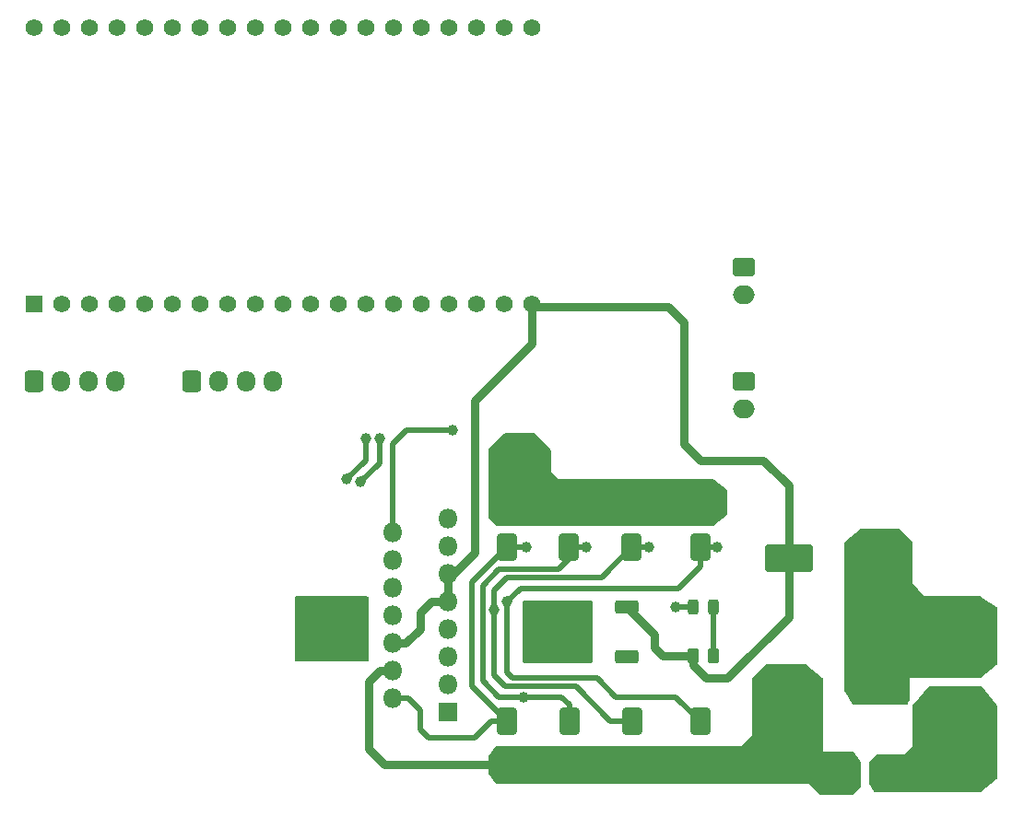
<source format=gbr>
%TF.GenerationSoftware,KiCad,Pcbnew,7.0.8*%
%TF.CreationDate,2024-03-30T19:43:29+07:00*%
%TF.ProjectId,2wd_control_pcbway,3277645f-636f-46e7-9472-6f6c5f706362,rev?*%
%TF.SameCoordinates,Original*%
%TF.FileFunction,Copper,L1,Top*%
%TF.FilePolarity,Positive*%
%FSLAX46Y46*%
G04 Gerber Fmt 4.6, Leading zero omitted, Abs format (unit mm)*
G04 Created by KiCad (PCBNEW 7.0.8) date 2024-03-30 19:43:29*
%MOMM*%
%LPD*%
G01*
G04 APERTURE LIST*
G04 Aperture macros list*
%AMRoundRect*
0 Rectangle with rounded corners*
0 $1 Rounding radius*
0 $2 $3 $4 $5 $6 $7 $8 $9 X,Y pos of 4 corners*
0 Add a 4 corners polygon primitive as box body*
4,1,4,$2,$3,$4,$5,$6,$7,$8,$9,$2,$3,0*
0 Add four circle primitives for the rounded corners*
1,1,$1+$1,$2,$3*
1,1,$1+$1,$4,$5*
1,1,$1+$1,$6,$7*
1,1,$1+$1,$8,$9*
0 Add four rect primitives between the rounded corners*
20,1,$1+$1,$2,$3,$4,$5,0*
20,1,$1+$1,$4,$5,$6,$7,0*
20,1,$1+$1,$6,$7,$8,$9,0*
20,1,$1+$1,$8,$9,$2,$3,0*%
G04 Aperture macros list end*
%TA.AperFunction,ComponentPad*%
%ADD10C,6.000000*%
%TD*%
%TA.AperFunction,SMDPad,CuDef*%
%ADD11RoundRect,0.250000X0.650000X-1.000000X0.650000X1.000000X-0.650000X1.000000X-0.650000X-1.000000X0*%
%TD*%
%TA.AperFunction,SMDPad,CuDef*%
%ADD12RoundRect,0.250000X0.850000X0.350000X-0.850000X0.350000X-0.850000X-0.350000X0.850000X-0.350000X0*%
%TD*%
%TA.AperFunction,SMDPad,CuDef*%
%ADD13RoundRect,0.250000X1.275000X1.125000X-1.275000X1.125000X-1.275000X-1.125000X1.275000X-1.125000X0*%
%TD*%
%TA.AperFunction,SMDPad,CuDef*%
%ADD14RoundRect,0.249997X2.950003X2.650003X-2.950003X2.650003X-2.950003X-2.650003X2.950003X-2.650003X0*%
%TD*%
%TA.AperFunction,ComponentPad*%
%ADD15R,1.560000X1.560000*%
%TD*%
%TA.AperFunction,ComponentPad*%
%ADD16C,1.560000*%
%TD*%
%TA.AperFunction,SMDPad,CuDef*%
%ADD17RoundRect,0.301219X1.011780X0.301218X-1.011780X0.301218X-1.011780X-0.301218X1.011780X-0.301218X0*%
%TD*%
%TA.AperFunction,SMDPad,CuDef*%
%ADD18RoundRect,0.297250X1.015750X0.297250X-1.015750X0.297250X-1.015750X-0.297250X1.015750X-0.297250X0*%
%TD*%
%TA.AperFunction,SMDPad,CuDef*%
%ADD19RoundRect,0.250000X-1.950000X-1.000000X1.950000X-1.000000X1.950000X1.000000X-1.950000X1.000000X0*%
%TD*%
%TA.AperFunction,ComponentPad*%
%ADD20R,1.800000X1.800000*%
%TD*%
%TA.AperFunction,ComponentPad*%
%ADD21O,1.800000X1.800000*%
%TD*%
%TA.AperFunction,ComponentPad*%
%ADD22RoundRect,0.250000X-0.600000X-0.725000X0.600000X-0.725000X0.600000X0.725000X-0.600000X0.725000X0*%
%TD*%
%TA.AperFunction,ComponentPad*%
%ADD23O,1.700000X1.950000*%
%TD*%
%TA.AperFunction,SMDPad,CuDef*%
%ADD24RoundRect,0.250000X-0.262500X-0.450000X0.262500X-0.450000X0.262500X0.450000X-0.262500X0.450000X0*%
%TD*%
%TA.AperFunction,ComponentPad*%
%ADD25RoundRect,0.250000X-0.750000X0.600000X-0.750000X-0.600000X0.750000X-0.600000X0.750000X0.600000X0*%
%TD*%
%TA.AperFunction,ComponentPad*%
%ADD26O,2.000000X1.700000*%
%TD*%
%TA.AperFunction,SMDPad,CuDef*%
%ADD27RoundRect,0.243750X-0.243750X-0.456250X0.243750X-0.456250X0.243750X0.456250X-0.243750X0.456250X0*%
%TD*%
%TA.AperFunction,ViaPad*%
%ADD28C,1.000000*%
%TD*%
%TA.AperFunction,Conductor*%
%ADD29C,0.800000*%
%TD*%
%TA.AperFunction,Conductor*%
%ADD30C,0.500000*%
%TD*%
G04 APERTURE END LIST*
D10*
%TO.P,12V1,1,Pin_1*%
%TO.N,Net-(12V1-Pin_1)*%
X208000000Y-114250000D03*
%TD*%
D11*
%TO.P,D5,1,K*%
%TO.N,+12V*%
X184490000Y-117250000D03*
%TO.P,D5,2,A*%
%TO.N,Net-(D5-A)*%
X184490000Y-113250000D03*
%TD*%
%TO.P,D7,1,K*%
%TO.N,Net-(D3-A)*%
X172440000Y-97250000D03*
%TO.P,D7,2,A*%
%TO.N,GND*%
X172440000Y-93250000D03*
%TD*%
%TO.P,D4,1,K*%
%TO.N,+12V*%
X178240000Y-117250000D03*
%TO.P,D4,2,A*%
%TO.N,Net-(D4-A)*%
X178240000Y-113250000D03*
%TD*%
D12*
%TO.P,U3,1,VI*%
%TO.N,+12V*%
X177700000Y-107280000D03*
D13*
%TO.P,U3,2,GND*%
%TO.N,GND*%
X173075000Y-106525000D03*
X173075000Y-103475000D03*
D14*
X171400000Y-105000000D03*
D13*
X169725000Y-106525000D03*
X169725000Y-103475000D03*
D12*
%TO.P,U3,3,VO*%
%TO.N,EN*%
X177700000Y-102720000D03*
%TD*%
D11*
%TO.P,D2,1,K*%
%TO.N,+12V*%
X166740000Y-117250000D03*
%TO.P,D2,2,A*%
%TO.N,Net-(D2-A)*%
X166740000Y-113250000D03*
%TD*%
D15*
%TO.P,U1,J2-1,3V3*%
%TO.N,unconnected-(U1-3V3-PadJ2-1)*%
X123280000Y-74900000D03*
D16*
%TO.P,U1,J2-2,EN*%
%TO.N,unconnected-(U1-EN-PadJ2-2)*%
X125820000Y-74900000D03*
%TO.P,U1,J2-3,SENSOR_VP*%
%TO.N,unconnected-(U1-SENSOR_VP-PadJ2-3)*%
X128360000Y-74900000D03*
%TO.P,U1,J2-4,SENSOR_VN*%
%TO.N,unconnected-(U1-SENSOR_VN-PadJ2-4)*%
X130900000Y-74900000D03*
%TO.P,U1,J2-5,IO34*%
%TO.N,ENCOD_0_A*%
X133440000Y-74900000D03*
%TO.P,U1,J2-6,IO35*%
%TO.N,ENCOD_0_B*%
X135980000Y-74900000D03*
%TO.P,U1,J2-7,IO32*%
%TO.N,ENCOD_1_A*%
X138520000Y-74900000D03*
%TO.P,U1,J2-8,IO33*%
%TO.N,ENCOD_1_B*%
X141060000Y-74900000D03*
%TO.P,U1,J2-9,IO25*%
%TO.N,IN 1*%
X143600000Y-74900000D03*
%TO.P,U1,J2-10,IO26*%
%TO.N,IN 2*%
X146140000Y-74900000D03*
%TO.P,U1,J2-11,IO27*%
%TO.N,IN 3*%
X148680000Y-74900000D03*
%TO.P,U1,J2-12,IO14*%
%TO.N,IN 4*%
X151220000Y-74900000D03*
%TO.P,U1,J2-13,IO12*%
%TO.N,unconnected-(U1-IO12-PadJ2-13)*%
X153760000Y-74900000D03*
%TO.P,U1,J2-14,GND1*%
%TO.N,GND*%
X156300000Y-74900000D03*
%TO.P,U1,J2-15,IO13*%
%TO.N,unconnected-(U1-IO13-PadJ2-15)*%
X158840000Y-74900000D03*
%TO.P,U1,J2-16,SD2*%
%TO.N,unconnected-(U1-SD2-PadJ2-16)*%
X161380000Y-74900000D03*
%TO.P,U1,J2-17,SD3*%
%TO.N,unconnected-(U1-SD3-PadJ2-17)*%
X163920000Y-74900000D03*
%TO.P,U1,J2-18,CMD*%
%TO.N,unconnected-(U1-CMD-PadJ2-18)*%
X166460000Y-74900000D03*
%TO.P,U1,J2-19,EXT_5V*%
%TO.N,EN*%
X169000000Y-74900000D03*
%TO.P,U1,J3-1,GND3*%
%TO.N,GND*%
X123280000Y-49500000D03*
%TO.P,U1,J3-2,IO23*%
%TO.N,unconnected-(U1-IO23-PadJ3-2)*%
X125820000Y-49500000D03*
%TO.P,U1,J3-3,IO22*%
%TO.N,unconnected-(U1-IO22-PadJ3-3)*%
X128360000Y-49500000D03*
%TO.P,U1,J3-4,TXD0*%
%TO.N,unconnected-(U1-TXD0-PadJ3-4)*%
X130900000Y-49500000D03*
%TO.P,U1,J3-5,RXD0*%
%TO.N,unconnected-(U1-RXD0-PadJ3-5)*%
X133440000Y-49500000D03*
%TO.P,U1,J3-6,IO21*%
%TO.N,unconnected-(U1-IO21-PadJ3-6)*%
X135980000Y-49500000D03*
%TO.P,U1,J3-7,GND2*%
%TO.N,GND*%
X138520000Y-49500000D03*
%TO.P,U1,J3-8,IO19*%
%TO.N,unconnected-(U1-IO19-PadJ3-8)*%
X141060000Y-49500000D03*
%TO.P,U1,J3-9,IO18*%
%TO.N,unconnected-(U1-IO18-PadJ3-9)*%
X143600000Y-49500000D03*
%TO.P,U1,J3-10,IO5*%
%TO.N,unconnected-(U1-IO5-PadJ3-10)*%
X146140000Y-49500000D03*
%TO.P,U1,J3-11,IO17*%
%TO.N,unconnected-(U1-IO17-PadJ3-11)*%
X148680000Y-49500000D03*
%TO.P,U1,J3-12,IO16*%
%TO.N,unconnected-(U1-IO16-PadJ3-12)*%
X151220000Y-49500000D03*
%TO.P,U1,J3-13,IO4*%
%TO.N,unconnected-(U1-IO4-PadJ3-13)*%
X153760000Y-49500000D03*
%TO.P,U1,J3-14,IO0*%
%TO.N,unconnected-(U1-IO0-PadJ3-14)*%
X156300000Y-49500000D03*
%TO.P,U1,J3-15,IO2*%
%TO.N,unconnected-(U1-IO2-PadJ3-15)*%
X158840000Y-49500000D03*
%TO.P,U1,J3-16,IO15*%
%TO.N,unconnected-(U1-IO15-PadJ3-16)*%
X161380000Y-49500000D03*
%TO.P,U1,J3-17,SD1*%
%TO.N,unconnected-(U1-SD1-PadJ3-17)*%
X163920000Y-49500000D03*
%TO.P,U1,J3-18,SD0*%
%TO.N,unconnected-(U1-SD0-PadJ3-18)*%
X166460000Y-49500000D03*
%TO.P,U1,J3-19,CLK*%
%TO.N,unconnected-(U1-CLK-PadJ3-19)*%
X169000000Y-49500000D03*
%TD*%
D17*
%TO.P,U4,2*%
%TO.N,Net-(12V1-Pin_1)*%
X201786000Y-118000000D03*
D18*
%TO.P,U4,3*%
%TO.N,+12V*%
X197214000Y-118000000D03*
%TD*%
D19*
%TO.P,C1,1*%
%TO.N,+12V*%
X192550000Y-110000000D03*
%TO.P,C1,2*%
%TO.N,GND*%
X200950000Y-110000000D03*
%TD*%
D20*
%TO.P,U2,1,SENSE_A*%
%TO.N,GND*%
X161325000Y-112395000D03*
D21*
%TO.P,U2,2,OUT1*%
%TO.N,Net-(D2-A)*%
X156245000Y-111125000D03*
%TO.P,U2,3,OUT2*%
%TO.N,Net-(D3-A)*%
X161325000Y-109855000D03*
%TO.P,U2,4,Vs*%
%TO.N,+12V*%
X156245000Y-108585000D03*
%TO.P,U2,5,IN1*%
%TO.N,IN 1*%
X161325000Y-107315000D03*
%TO.P,U2,6,EnA*%
%TO.N,EN*%
X156245000Y-106045000D03*
%TO.P,U2,7,IN2*%
%TO.N,IN 2*%
X161325000Y-104775000D03*
%TO.P,U2,8,GND*%
%TO.N,GND*%
X156245000Y-103505000D03*
%TO.P,U2,9,Vss*%
%TO.N,EN*%
X161325000Y-102235000D03*
%TO.P,U2,10,IN3*%
%TO.N,IN 3*%
X156245000Y-100965000D03*
%TO.P,U2,11,EnB*%
%TO.N,EN*%
X161325000Y-99695000D03*
%TO.P,U2,12,IN4*%
%TO.N,IN 4*%
X156245000Y-98425000D03*
%TO.P,U2,13,OUT3*%
%TO.N,Net-(D4-A)*%
X161325000Y-97155000D03*
%TO.P,U2,14,OUT4*%
%TO.N,Net-(D5-A)*%
X156245000Y-95885000D03*
%TO.P,U2,15,SENSE_B*%
%TO.N,GND*%
X161325000Y-94615000D03*
%TD*%
D11*
%TO.P,D3,1,K*%
%TO.N,+12V*%
X172490000Y-117250000D03*
%TO.P,D3,2,A*%
%TO.N,Net-(D3-A)*%
X172490000Y-113250000D03*
%TD*%
D22*
%TO.P,Encoder0,1,Pin_1*%
%TO.N,EN*%
X123250000Y-82000000D03*
D23*
%TO.P,Encoder0,2,Pin_2*%
%TO.N,GND*%
X125750000Y-82000000D03*
%TO.P,Encoder0,3,Pin_3*%
%TO.N,ENCOD_0_A*%
X128250000Y-82000000D03*
%TO.P,Encoder0,4,Pin_4*%
%TO.N,ENCOD_0_B*%
X130750000Y-82000000D03*
%TD*%
D11*
%TO.P,D9,1,K*%
%TO.N,Net-(D5-A)*%
X184490000Y-97250000D03*
%TO.P,D9,2,A*%
%TO.N,GND*%
X184490000Y-93250000D03*
%TD*%
D10*
%TO.P,GND1,1,Pin_1*%
%TO.N,GND*%
X208000000Y-105750000D03*
%TD*%
D24*
%TO.P,R1,1*%
%TO.N,EN*%
X183837500Y-107250000D03*
%TO.P,R1,2*%
%TO.N,Net-(D1-A)*%
X185662500Y-107250000D03*
%TD*%
D22*
%TO.P,Encoder1,1,Pin_1*%
%TO.N,EN*%
X137750000Y-82000000D03*
D23*
%TO.P,Encoder1,2,Pin_2*%
%TO.N,GND*%
X140250000Y-82000000D03*
%TO.P,Encoder1,3,Pin_3*%
%TO.N,ENCOD_1_A*%
X142750000Y-82000000D03*
%TO.P,Encoder1,4,Pin_4*%
%TO.N,ENCOD_1_B*%
X145250000Y-82000000D03*
%TD*%
D19*
%TO.P,C2,1*%
%TO.N,EN*%
X192600000Y-98250000D03*
%TO.P,C2,2*%
%TO.N,GND*%
X201000000Y-98250000D03*
%TD*%
D25*
%TO.P,MotorA1,1,Pin_1*%
%TO.N,Net-(D2-A)*%
X188500000Y-71500000D03*
D26*
%TO.P,MotorA1,2,Pin_2*%
%TO.N,Net-(D3-A)*%
X188500000Y-74000000D03*
%TD*%
D25*
%TO.P,MotorB1,1,Pin_1*%
%TO.N,Net-(D4-A)*%
X188500000Y-82000000D03*
D26*
%TO.P,MotorB1,2,Pin_2*%
%TO.N,Net-(D5-A)*%
X188500000Y-84500000D03*
%TD*%
D27*
%TO.P,D1,1,K*%
%TO.N,GND*%
X183812500Y-102750000D03*
%TO.P,D1,2,A*%
%TO.N,Net-(D1-A)*%
X185687500Y-102750000D03*
%TD*%
D11*
%TO.P,D6,1,K*%
%TO.N,Net-(D2-A)*%
X166690000Y-97250000D03*
%TO.P,D6,2,A*%
%TO.N,GND*%
X166690000Y-93250000D03*
%TD*%
%TO.P,D8,1,K*%
%TO.N,Net-(D4-A)*%
X178190000Y-97250000D03*
%TO.P,D8,2,A*%
%TO.N,GND*%
X178190000Y-93250000D03*
%TD*%
D28*
%TO.N,GND*%
X152750000Y-105500000D03*
X152750000Y-102500000D03*
X169250000Y-107000000D03*
X171250000Y-107000000D03*
X168000000Y-90000000D03*
X169250000Y-105000000D03*
X173250000Y-105000000D03*
X152750000Y-104000000D03*
X169750000Y-88500000D03*
X148750000Y-107000000D03*
X173250000Y-107000000D03*
X171250000Y-105000000D03*
X169250000Y-103000000D03*
X148750000Y-102500000D03*
X148750000Y-104000000D03*
X166250000Y-88500000D03*
X168000000Y-88500000D03*
X182250000Y-102750000D03*
X169750000Y-90000000D03*
X152750000Y-106750000D03*
X171250000Y-103000000D03*
X173250000Y-103000000D03*
X148750000Y-105500000D03*
X166250000Y-90000000D03*
%TO.N,Net-(D2-A)*%
X168500000Y-97250000D03*
%TO.N,Net-(D3-A)*%
X168250000Y-111000000D03*
X174000000Y-97250000D03*
%TO.N,Net-(D4-A)*%
X179750000Y-97250000D03*
X165500000Y-103000000D03*
X179750000Y-97250000D03*
%TO.N,Net-(D5-A)*%
X166750000Y-102250000D03*
X186000000Y-97250000D03*
X161750000Y-86500000D03*
%TO.N,IN 3*%
X153750000Y-87250000D03*
X152000000Y-91000000D03*
%TO.N,IN 4*%
X155000000Y-87250000D03*
X153250000Y-91250000D03*
%TD*%
D29*
%TO.N,+12V*%
X155040000Y-108585000D02*
X154000000Y-109625000D01*
X155500000Y-117250000D02*
X166740000Y-117250000D01*
X154000000Y-109625000D02*
X154000000Y-115750000D01*
X154000000Y-115750000D02*
X155500000Y-117250000D01*
X156245000Y-108585000D02*
X155040000Y-108585000D01*
D30*
%TO.N,GND*%
X183812500Y-102750000D02*
X182250000Y-102750000D01*
D29*
%TO.N,EN*%
X177700000Y-102720000D02*
X180250000Y-105270000D01*
X156245000Y-106045000D02*
X157455000Y-106045000D01*
X157455000Y-106045000D02*
X158750000Y-104750000D01*
X183837500Y-108087500D02*
X185000000Y-109250000D01*
X183000000Y-87750000D02*
X183000000Y-76570000D01*
X169000000Y-78500000D02*
X169000000Y-75150000D01*
X161815000Y-99695000D02*
X163750000Y-97760000D01*
X192600000Y-91600000D02*
X190250000Y-89250000D01*
X161325000Y-99695000D02*
X161815000Y-99695000D01*
X185000000Y-109250000D02*
X187000000Y-109250000D01*
X161325000Y-102235000D02*
X161325000Y-99695000D01*
X184500000Y-89250000D02*
X183000000Y-87750000D01*
X163750000Y-97760000D02*
X163750000Y-83750000D01*
X158750000Y-104750000D02*
X158750000Y-103250000D01*
X163750000Y-83750000D02*
X168250000Y-79250000D01*
X158750000Y-103250000D02*
X159765000Y-102235000D01*
X180250000Y-106500000D02*
X181000000Y-107250000D01*
X180250000Y-105270000D02*
X180250000Y-106500000D01*
X192600000Y-103650000D02*
X192600000Y-98250000D01*
X181000000Y-107250000D02*
X183837500Y-107250000D01*
X169000000Y-75150000D02*
X181580000Y-75150000D01*
X181580000Y-75150000D02*
X180650000Y-75150000D01*
X168250000Y-79250000D02*
X169000000Y-78500000D01*
X187000000Y-109250000D02*
X192600000Y-103650000D01*
X159765000Y-102235000D02*
X161325000Y-102235000D01*
X192600000Y-98250000D02*
X192600000Y-91600000D01*
X183000000Y-76570000D02*
X181580000Y-75150000D01*
X183837500Y-107250000D02*
X183837500Y-108087500D01*
X190250000Y-89250000D02*
X184500000Y-89250000D01*
D30*
%TO.N,Net-(D1-A)*%
X185662500Y-107250000D02*
X185662500Y-102775000D01*
X185662500Y-102775000D02*
X185687500Y-102750000D01*
%TO.N,Net-(D2-A)*%
X158750000Y-114000000D02*
X159500000Y-114750000D01*
X165250000Y-113250000D02*
X166740000Y-113250000D01*
X157625000Y-111125000D02*
X158750000Y-112250000D01*
X163500000Y-100440000D02*
X163500000Y-110010000D01*
X166690000Y-97250000D02*
X168500000Y-97250000D01*
X156245000Y-111125000D02*
X157625000Y-111125000D01*
X158750000Y-112250000D02*
X158750000Y-114000000D01*
X163750000Y-114750000D02*
X165250000Y-113250000D01*
X159500000Y-114750000D02*
X163750000Y-114750000D01*
X163500000Y-110010000D02*
X166740000Y-113250000D01*
X166690000Y-97250000D02*
X163500000Y-100440000D01*
%TO.N,Net-(D3-A)*%
X164500000Y-109500000D02*
X166000000Y-111000000D01*
X172440000Y-97250000D02*
X174000000Y-97250000D01*
X166000000Y-111000000D02*
X168250000Y-111000000D01*
X172440000Y-98310000D02*
X171500000Y-99250000D01*
X172440000Y-97250000D02*
X172440000Y-98310000D01*
X171750000Y-111000000D02*
X168250000Y-111000000D01*
X171500000Y-99250000D02*
X166000000Y-99250000D01*
X172490000Y-113250000D02*
X172490000Y-111740000D01*
X164500000Y-100750000D02*
X164500000Y-109500000D01*
X172490000Y-111740000D02*
X171750000Y-111000000D01*
X166000000Y-99250000D02*
X164500000Y-100750000D01*
%TO.N,Net-(D4-A)*%
X173050000Y-110050000D02*
X176250000Y-113250000D01*
X165500000Y-103000000D02*
X165500000Y-109000000D01*
X178190000Y-97250000D02*
X179750000Y-97250000D01*
X166550000Y-110050000D02*
X173050000Y-110050000D01*
X176250000Y-113250000D02*
X178240000Y-113250000D01*
X166750000Y-100000000D02*
X165500000Y-101250000D01*
X178190000Y-97250000D02*
X175440000Y-100000000D01*
X175440000Y-100000000D02*
X166750000Y-100000000D01*
X165500000Y-109000000D02*
X166550000Y-110050000D01*
X165500000Y-101250000D02*
X165500000Y-103000000D01*
%TO.N,Net-(D5-A)*%
X167250000Y-109250000D02*
X175000000Y-109250000D01*
X184490000Y-99010000D02*
X182500000Y-101000000D01*
X166750000Y-102250000D02*
X166750000Y-108750000D01*
X166750000Y-108750000D02*
X167250000Y-109250000D01*
X175000000Y-109250000D02*
X176750000Y-111000000D01*
X157500000Y-86500000D02*
X156245000Y-87755000D01*
X184490000Y-97250000D02*
X184490000Y-99010000D01*
X182240000Y-111000000D02*
X184490000Y-113250000D01*
X168000000Y-101000000D02*
X166750000Y-102250000D01*
X182500000Y-101000000D02*
X168000000Y-101000000D01*
X161750000Y-86500000D02*
X157500000Y-86500000D01*
X176750000Y-111000000D02*
X182240000Y-111000000D01*
X156245000Y-87755000D02*
X156245000Y-95885000D01*
X184490000Y-97250000D02*
X186000000Y-97250000D01*
%TO.N,IN 3*%
X153750000Y-89250000D02*
X152000000Y-91000000D01*
X153750000Y-87250000D02*
X153750000Y-89250000D01*
%TO.N,IN 4*%
X155000000Y-87250000D02*
X155000000Y-89500000D01*
X155000000Y-89500000D02*
X153250000Y-91250000D01*
%TD*%
%TA.AperFunction,Conductor*%
%TO.N,+12V*%
G36*
X194272145Y-108019685D02*
G01*
X194284489Y-108028741D01*
X195705383Y-109212819D01*
X195744282Y-109270858D01*
X195750000Y-109308078D01*
X195750000Y-116000000D01*
X195250000Y-116000000D01*
X194500000Y-117000000D01*
X194500000Y-119000000D01*
X165812000Y-119000000D01*
X165744961Y-118980315D01*
X165712800Y-118950400D01*
X165024800Y-118033066D01*
X165000324Y-117967624D01*
X165000000Y-117958666D01*
X165000000Y-116541333D01*
X165019685Y-116474294D01*
X165024800Y-116466933D01*
X165712800Y-115549600D01*
X165768771Y-115507779D01*
X165812000Y-115500000D01*
X188250000Y-115500000D01*
X189250000Y-114500000D01*
X189250000Y-109301362D01*
X189269685Y-109234323D01*
X189286319Y-109213681D01*
X190463681Y-108036319D01*
X190525004Y-108002834D01*
X190551362Y-108000000D01*
X194205106Y-108000000D01*
X194272145Y-108019685D01*
G37*
%TD.AperFunction*%
%TD*%
%TA.AperFunction,Conductor*%
%TO.N,GND*%
G36*
X202765677Y-95519685D02*
G01*
X202786319Y-95536319D01*
X203963681Y-96713681D01*
X203997166Y-96775004D01*
X204000000Y-96801362D01*
X204000000Y-100500000D01*
X205000000Y-101750000D01*
X210212456Y-101750000D01*
X210279495Y-101769685D01*
X210281239Y-101770826D01*
X211694784Y-102713189D01*
X211739644Y-102766753D01*
X211750000Y-102816362D01*
X211750000Y-107941921D01*
X211730315Y-108008960D01*
X211705383Y-108037180D01*
X210284489Y-109221259D01*
X210220386Y-109249055D01*
X210205106Y-109250000D01*
X203750000Y-109250000D01*
X203750000Y-111219049D01*
X203730315Y-111286088D01*
X203720148Y-111299747D01*
X203646048Y-111386198D01*
X203640388Y-111392801D01*
X203629535Y-111406380D01*
X203614183Y-111427006D01*
X203594434Y-111455531D01*
X203534663Y-111586407D01*
X203514977Y-111653447D01*
X203514322Y-111656069D01*
X203478969Y-111716334D01*
X203416645Y-111747919D01*
X203394023Y-111750000D01*
X198570207Y-111750000D01*
X198503168Y-111730315D01*
X198463878Y-111689797D01*
X197767671Y-110529451D01*
X197750000Y-110465654D01*
X197750000Y-96808078D01*
X197769685Y-96741039D01*
X197794617Y-96712819D01*
X199215511Y-95528741D01*
X199279614Y-95500945D01*
X199294894Y-95500000D01*
X202698638Y-95500000D01*
X202765677Y-95519685D01*
G37*
%TD.AperFunction*%
%TD*%
%TA.AperFunction,Conductor*%
%TO.N,Net-(12V1-Pin_1)*%
G36*
X210260007Y-110019685D02*
G01*
X210287116Y-110043302D01*
X211720148Y-111715173D01*
X211748831Y-111778883D01*
X211750000Y-111795870D01*
X211750000Y-118441921D01*
X211730315Y-118508960D01*
X211705383Y-118537180D01*
X210284489Y-119721259D01*
X210220386Y-119749055D01*
X210205106Y-119750000D01*
X200566363Y-119750000D01*
X200499324Y-119730315D01*
X200463189Y-119694783D01*
X200020826Y-119031239D01*
X200000018Y-118964540D01*
X200000000Y-118962456D01*
X200000000Y-117051362D01*
X200019685Y-116984323D01*
X200036319Y-116963681D01*
X200713681Y-116286319D01*
X200775004Y-116252834D01*
X200801362Y-116250000D01*
X203250000Y-116250000D01*
X204000000Y-115500000D01*
X204000000Y-111795870D01*
X204019685Y-111728831D01*
X204029848Y-111715177D01*
X205462884Y-110043302D01*
X205521459Y-110005212D01*
X205557032Y-110000000D01*
X210192968Y-110000000D01*
X210260007Y-110019685D01*
G37*
%TD.AperFunction*%
%TD*%
%TA.AperFunction,Conductor*%
%TO.N,GND*%
G36*
X169265677Y-86769685D02*
G01*
X169286319Y-86786319D01*
X170713681Y-88213681D01*
X170747166Y-88275004D01*
X170750000Y-88301362D01*
X170750000Y-90250000D01*
X171500000Y-91000000D01*
X185706503Y-91000000D01*
X185773542Y-91019685D01*
X185783965Y-91027172D01*
X186953462Y-91962770D01*
X186993514Y-92020020D01*
X187000000Y-92059597D01*
X187000000Y-94190402D01*
X186980315Y-94257441D01*
X186953462Y-94287230D01*
X185783965Y-95222828D01*
X185719319Y-95249336D01*
X185706503Y-95250000D01*
X175375000Y-95250000D01*
X165801362Y-95250000D01*
X165734323Y-95230315D01*
X165713681Y-95213681D01*
X165036319Y-94536319D01*
X165002834Y-94474996D01*
X165000000Y-94448638D01*
X165000000Y-88301362D01*
X165019685Y-88234323D01*
X165036319Y-88213681D01*
X166463681Y-86786319D01*
X166525004Y-86752834D01*
X166551362Y-86750000D01*
X169198638Y-86750000D01*
X169265677Y-86769685D01*
G37*
%TD.AperFunction*%
%TD*%
%TA.AperFunction,Conductor*%
%TO.N,GND*%
G36*
X153943039Y-101769685D02*
G01*
X153988794Y-101822489D01*
X154000000Y-101874000D01*
X154000000Y-107626000D01*
X153980315Y-107693039D01*
X153927511Y-107738794D01*
X153876000Y-107750000D01*
X147374000Y-107750000D01*
X147306961Y-107730315D01*
X147261206Y-107677511D01*
X147250000Y-107626000D01*
X147250000Y-101874000D01*
X147269685Y-101806961D01*
X147322489Y-101761206D01*
X147374000Y-101750000D01*
X153876000Y-101750000D01*
X153943039Y-101769685D01*
G37*
%TD.AperFunction*%
%TD*%
%TA.AperFunction,Conductor*%
%TO.N,+12V*%
G36*
X198505039Y-116019685D02*
G01*
X198537200Y-116049600D01*
X199180398Y-116907198D01*
X199225200Y-116966933D01*
X199249676Y-117032375D01*
X199250000Y-117041333D01*
X199250000Y-119198638D01*
X199230315Y-119265677D01*
X199213681Y-119286319D01*
X198536319Y-119963681D01*
X198474996Y-119997166D01*
X198448638Y-120000000D01*
X195551362Y-120000000D01*
X195484323Y-119980315D01*
X195463681Y-119963681D01*
X194500000Y-119000000D01*
X194500000Y-117000000D01*
X195250000Y-116000000D01*
X195750000Y-116000000D01*
X198438000Y-116000000D01*
X198505039Y-116019685D01*
G37*
%TD.AperFunction*%
%TD*%
M02*

</source>
